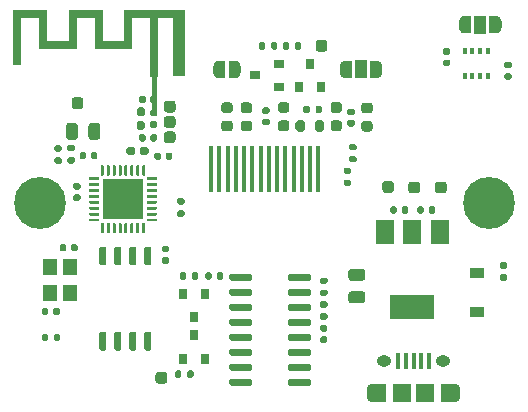
<source format=gbr>
%TF.GenerationSoftware,KiCad,Pcbnew,(5.1.7-0-10_14)*%
%TF.CreationDate,2020-11-27T19:57:41+01:00*%
%TF.ProjectId,AtmoNode,41746d6f-4e6f-4646-952e-6b696361645f,rev?*%
%TF.SameCoordinates,Original*%
%TF.FileFunction,Soldermask,Bot*%
%TF.FilePolarity,Negative*%
%FSLAX46Y46*%
G04 Gerber Fmt 4.6, Leading zero omitted, Abs format (unit mm)*
G04 Created by KiCad (PCBNEW (5.1.7-0-10_14)) date 2020-11-27 19:57:41*
%MOMM*%
%LPD*%
G01*
G04 APERTURE LIST*
%ADD10C,0.393370*%
%ADD11C,0.350000*%
%ADD12C,0.100000*%
%ADD13R,0.350000X0.500000*%
%ADD14R,1.000000X1.500000*%
%ADD15R,0.800000X0.900000*%
%ADD16R,0.350000X4.000000*%
%ADD17C,4.400000*%
%ADD18C,0.700000*%
%ADD19R,1.200000X1.400000*%
%ADD20R,0.900000X0.800000*%
%ADD21R,3.450000X3.450000*%
%ADD22R,1.500000X2.000000*%
%ADD23R,3.800000X2.000000*%
%ADD24O,0.890000X1.550000*%
%ADD25R,1.200000X1.550000*%
%ADD26R,1.500000X1.550000*%
%ADD27O,1.250000X0.950000*%
%ADD28R,0.400000X1.350000*%
%ADD29R,1.200000X0.900000*%
G04 APERTURE END LIST*
D10*
X119495000Y-102450000D02*
X119500000Y-102445000D01*
X120600000Y-101400000D02*
X120600000Y-100250000D01*
X120618301Y-97918301D02*
X120618301Y-100231699D01*
X120515000Y-102445000D02*
X120600000Y-102360000D01*
D11*
X120460000Y-102400000D02*
X120500000Y-102360000D01*
D12*
G36*
X111500000Y-95300000D02*
G01*
X113400000Y-95300000D01*
X113400000Y-92700000D01*
X116200000Y-92700000D01*
X116200000Y-95300000D01*
X118100000Y-95300000D01*
X118100000Y-92700000D01*
X123200000Y-92700000D01*
X123200000Y-98200000D01*
X122200000Y-98200000D01*
X122200000Y-93300000D01*
X120900000Y-93300000D01*
X120900000Y-98300000D01*
X120300000Y-98300000D01*
X120300000Y-93300000D01*
X118700000Y-93300000D01*
X118700000Y-95900000D01*
X115600000Y-95900000D01*
X115600000Y-93300000D01*
X114000000Y-93300000D01*
X114000000Y-95900000D01*
X110900000Y-95900000D01*
X110900000Y-93300000D01*
X109300000Y-93300000D01*
X109300000Y-97200000D01*
X108700000Y-97200000D01*
X108700000Y-92700000D01*
X111500000Y-92700000D01*
X111500000Y-95300000D01*
G37*
X111500000Y-95300000D02*
X113400000Y-95300000D01*
X113400000Y-92700000D01*
X116200000Y-92700000D01*
X116200000Y-95300000D01*
X118100000Y-95300000D01*
X118100000Y-92700000D01*
X123200000Y-92700000D01*
X123200000Y-98200000D01*
X122200000Y-98200000D01*
X122200000Y-93300000D01*
X120900000Y-93300000D01*
X120900000Y-98300000D01*
X120300000Y-98300000D01*
X120300000Y-93300000D01*
X118700000Y-93300000D01*
X118700000Y-95900000D01*
X115600000Y-95900000D01*
X115600000Y-93300000D01*
X114000000Y-93300000D01*
X114000000Y-95900000D01*
X110900000Y-95900000D01*
X110900000Y-93300000D01*
X109300000Y-93300000D01*
X109300000Y-97200000D01*
X108700000Y-97200000D01*
X108700000Y-92700000D01*
X111500000Y-92700000D01*
X111500000Y-95300000D01*
%TO.C,R12*%
G36*
G01*
X134250000Y-102775000D02*
X134250000Y-102225000D01*
G75*
G02*
X134450000Y-102025000I200000J0D01*
G01*
X134850000Y-102025000D01*
G75*
G02*
X135050000Y-102225000I0J-200000D01*
G01*
X135050000Y-102775000D01*
G75*
G02*
X134850000Y-102975000I-200000J0D01*
G01*
X134450000Y-102975000D01*
G75*
G02*
X134250000Y-102775000I0J200000D01*
G01*
G37*
G36*
G01*
X132600000Y-102775000D02*
X132600000Y-102225000D01*
G75*
G02*
X132800000Y-102025000I200000J0D01*
G01*
X133200000Y-102025000D01*
G75*
G02*
X133400000Y-102225000I0J-200000D01*
G01*
X133400000Y-102775000D01*
G75*
G02*
X133200000Y-102975000I-200000J0D01*
G01*
X132800000Y-102975000D01*
G75*
G02*
X132600000Y-102775000I0J200000D01*
G01*
G37*
%TD*%
%TO.C,C4*%
G36*
G01*
X137325000Y-116500000D02*
X138275000Y-116500000D01*
G75*
G02*
X138525000Y-116750000I0J-250000D01*
G01*
X138525000Y-117250000D01*
G75*
G02*
X138275000Y-117500000I-250000J0D01*
G01*
X137325000Y-117500000D01*
G75*
G02*
X137075000Y-117250000I0J250000D01*
G01*
X137075000Y-116750000D01*
G75*
G02*
X137325000Y-116500000I250000J0D01*
G01*
G37*
G36*
G01*
X137325000Y-114600000D02*
X138275000Y-114600000D01*
G75*
G02*
X138525000Y-114850000I0J-250000D01*
G01*
X138525000Y-115350000D01*
G75*
G02*
X138275000Y-115600000I-250000J0D01*
G01*
X137325000Y-115600000D01*
G75*
G02*
X137075000Y-115350000I0J250000D01*
G01*
X137075000Y-114850000D01*
G75*
G02*
X137325000Y-114600000I250000J0D01*
G01*
G37*
%TD*%
%TO.C,C14*%
G36*
G01*
X114175000Y-102475000D02*
X114175000Y-103425000D01*
G75*
G02*
X113925000Y-103675000I-250000J0D01*
G01*
X113425000Y-103675000D01*
G75*
G02*
X113175000Y-103425000I0J250000D01*
G01*
X113175000Y-102475000D01*
G75*
G02*
X113425000Y-102225000I250000J0D01*
G01*
X113925000Y-102225000D01*
G75*
G02*
X114175000Y-102475000I0J-250000D01*
G01*
G37*
G36*
G01*
X116075000Y-102475000D02*
X116075000Y-103425000D01*
G75*
G02*
X115825000Y-103675000I-250000J0D01*
G01*
X115325000Y-103675000D01*
G75*
G02*
X115075000Y-103425000I0J250000D01*
G01*
X115075000Y-102475000D01*
G75*
G02*
X115325000Y-102225000I250000J0D01*
G01*
X115825000Y-102225000D01*
G75*
G02*
X116075000Y-102475000I0J-250000D01*
G01*
G37*
%TD*%
%TO.C,L1*%
G36*
G01*
X119340000Y-102062500D02*
X119660000Y-102062500D01*
G75*
G02*
X119820000Y-102222500I0J-160000D01*
G01*
X119820000Y-102667500D01*
G75*
G02*
X119660000Y-102827500I-160000J0D01*
G01*
X119340000Y-102827500D01*
G75*
G02*
X119180000Y-102667500I0J160000D01*
G01*
X119180000Y-102222500D01*
G75*
G02*
X119340000Y-102062500I160000J0D01*
G01*
G37*
G36*
G01*
X119340000Y-100917500D02*
X119660000Y-100917500D01*
G75*
G02*
X119820000Y-101077500I0J-160000D01*
G01*
X119820000Y-101522500D01*
G75*
G02*
X119660000Y-101682500I-160000J0D01*
G01*
X119340000Y-101682500D01*
G75*
G02*
X119180000Y-101522500I0J160000D01*
G01*
X119180000Y-101077500D01*
G75*
G02*
X119340000Y-100917500I160000J0D01*
G01*
G37*
%TD*%
%TO.C,TP5*%
G36*
G01*
X121700000Y-102950000D02*
X122200000Y-102950000D01*
G75*
G02*
X122450000Y-103200000I0J-250000D01*
G01*
X122450000Y-103700000D01*
G75*
G02*
X122200000Y-103950000I-250000J0D01*
G01*
X121700000Y-103950000D01*
G75*
G02*
X121450000Y-103700000I0J250000D01*
G01*
X121450000Y-103200000D01*
G75*
G02*
X121700000Y-102950000I250000J0D01*
G01*
G37*
%TD*%
D13*
%TO.C,U5*%
X148875000Y-96175000D03*
X148225000Y-96175000D03*
X147575000Y-96175000D03*
X146925000Y-96175000D03*
X146925000Y-98225000D03*
X147575000Y-98225000D03*
X148225000Y-98225000D03*
X148875000Y-98225000D03*
%TD*%
%TO.C,R11*%
G36*
G01*
X137265000Y-105040000D02*
X137635000Y-105040000D01*
G75*
G02*
X137770000Y-105175000I0J-135000D01*
G01*
X137770000Y-105445000D01*
G75*
G02*
X137635000Y-105580000I-135000J0D01*
G01*
X137265000Y-105580000D01*
G75*
G02*
X137130000Y-105445000I0J135000D01*
G01*
X137130000Y-105175000D01*
G75*
G02*
X137265000Y-105040000I135000J0D01*
G01*
G37*
G36*
G01*
X137265000Y-104020000D02*
X137635000Y-104020000D01*
G75*
G02*
X137770000Y-104155000I0J-135000D01*
G01*
X137770000Y-104425000D01*
G75*
G02*
X137635000Y-104560000I-135000J0D01*
G01*
X137265000Y-104560000D01*
G75*
G02*
X137130000Y-104425000I0J135000D01*
G01*
X137130000Y-104155000D01*
G75*
G02*
X137265000Y-104020000I135000J0D01*
G01*
G37*
%TD*%
%TO.C,R10*%
G36*
G01*
X137185000Y-106560000D02*
X136815000Y-106560000D01*
G75*
G02*
X136680000Y-106425000I0J135000D01*
G01*
X136680000Y-106155000D01*
G75*
G02*
X136815000Y-106020000I135000J0D01*
G01*
X137185000Y-106020000D01*
G75*
G02*
X137320000Y-106155000I0J-135000D01*
G01*
X137320000Y-106425000D01*
G75*
G02*
X137185000Y-106560000I-135000J0D01*
G01*
G37*
G36*
G01*
X137185000Y-107580000D02*
X136815000Y-107580000D01*
G75*
G02*
X136680000Y-107445000I0J135000D01*
G01*
X136680000Y-107175000D01*
G75*
G02*
X136815000Y-107040000I135000J0D01*
G01*
X137185000Y-107040000D01*
G75*
G02*
X137320000Y-107175000I0J-135000D01*
G01*
X137320000Y-107445000D01*
G75*
G02*
X137185000Y-107580000I-135000J0D01*
G01*
G37*
%TD*%
%TO.C,C24*%
G36*
G01*
X150430000Y-98020000D02*
X150770000Y-98020000D01*
G75*
G02*
X150910000Y-98160000I0J-140000D01*
G01*
X150910000Y-98440000D01*
G75*
G02*
X150770000Y-98580000I-140000J0D01*
G01*
X150430000Y-98580000D01*
G75*
G02*
X150290000Y-98440000I0J140000D01*
G01*
X150290000Y-98160000D01*
G75*
G02*
X150430000Y-98020000I140000J0D01*
G01*
G37*
G36*
G01*
X150430000Y-97060000D02*
X150770000Y-97060000D01*
G75*
G02*
X150910000Y-97200000I0J-140000D01*
G01*
X150910000Y-97480000D01*
G75*
G02*
X150770000Y-97620000I-140000J0D01*
G01*
X150430000Y-97620000D01*
G75*
G02*
X150290000Y-97480000I0J140000D01*
G01*
X150290000Y-97200000D01*
G75*
G02*
X150430000Y-97060000I140000J0D01*
G01*
G37*
%TD*%
D12*
%TO.C,JP3*%
G36*
X147500000Y-94650000D02*
G01*
X146950000Y-94650000D01*
X146950000Y-94649398D01*
X146925466Y-94649398D01*
X146876635Y-94644588D01*
X146828510Y-94635016D01*
X146781555Y-94620772D01*
X146736222Y-94601995D01*
X146692949Y-94578864D01*
X146652150Y-94551604D01*
X146614221Y-94520476D01*
X146579524Y-94485779D01*
X146548396Y-94447850D01*
X146521136Y-94407051D01*
X146498005Y-94363778D01*
X146479228Y-94318445D01*
X146464984Y-94271490D01*
X146455412Y-94223365D01*
X146450602Y-94174534D01*
X146450602Y-94150000D01*
X146450000Y-94150000D01*
X146450000Y-93650000D01*
X146450602Y-93650000D01*
X146450602Y-93625466D01*
X146455412Y-93576635D01*
X146464984Y-93528510D01*
X146479228Y-93481555D01*
X146498005Y-93436222D01*
X146521136Y-93392949D01*
X146548396Y-93352150D01*
X146579524Y-93314221D01*
X146614221Y-93279524D01*
X146652150Y-93248396D01*
X146692949Y-93221136D01*
X146736222Y-93198005D01*
X146781555Y-93179228D01*
X146828510Y-93164984D01*
X146876635Y-93155412D01*
X146925466Y-93150602D01*
X146950000Y-93150602D01*
X146950000Y-93150000D01*
X147500000Y-93150000D01*
X147500000Y-94650000D01*
G37*
D14*
X148250000Y-93900000D03*
D12*
G36*
X149550000Y-93150602D02*
G01*
X149574534Y-93150602D01*
X149623365Y-93155412D01*
X149671490Y-93164984D01*
X149718445Y-93179228D01*
X149763778Y-93198005D01*
X149807051Y-93221136D01*
X149847850Y-93248396D01*
X149885779Y-93279524D01*
X149920476Y-93314221D01*
X149951604Y-93352150D01*
X149978864Y-93392949D01*
X150001995Y-93436222D01*
X150020772Y-93481555D01*
X150035016Y-93528510D01*
X150044588Y-93576635D01*
X150049398Y-93625466D01*
X150049398Y-93650000D01*
X150050000Y-93650000D01*
X150050000Y-94150000D01*
X150049398Y-94150000D01*
X150049398Y-94174534D01*
X150044588Y-94223365D01*
X150035016Y-94271490D01*
X150020772Y-94318445D01*
X150001995Y-94363778D01*
X149978864Y-94407051D01*
X149951604Y-94447850D01*
X149920476Y-94485779D01*
X149885779Y-94520476D01*
X149847850Y-94551604D01*
X149807051Y-94578864D01*
X149763778Y-94601995D01*
X149718445Y-94620772D01*
X149671490Y-94635016D01*
X149623365Y-94644588D01*
X149574534Y-94649398D01*
X149550000Y-94649398D01*
X149550000Y-94650000D01*
X149000000Y-94650000D01*
X149000000Y-93150000D01*
X149550000Y-93150000D01*
X149550000Y-93150602D01*
G37*
%TD*%
%TO.C,C20*%
G36*
G01*
X126550000Y-102050000D02*
X127050000Y-102050000D01*
G75*
G02*
X127275000Y-102275000I0J-225000D01*
G01*
X127275000Y-102725000D01*
G75*
G02*
X127050000Y-102950000I-225000J0D01*
G01*
X126550000Y-102950000D01*
G75*
G02*
X126325000Y-102725000I0J225000D01*
G01*
X126325000Y-102275000D01*
G75*
G02*
X126550000Y-102050000I225000J0D01*
G01*
G37*
G36*
G01*
X126550000Y-100500000D02*
X127050000Y-100500000D01*
G75*
G02*
X127275000Y-100725000I0J-225000D01*
G01*
X127275000Y-101175000D01*
G75*
G02*
X127050000Y-101400000I-225000J0D01*
G01*
X126550000Y-101400000D01*
G75*
G02*
X126325000Y-101175000I0J225000D01*
G01*
X126325000Y-100725000D01*
G75*
G02*
X126550000Y-100500000I225000J0D01*
G01*
G37*
%TD*%
%TO.C,L2*%
G36*
G01*
X119037500Y-104440000D02*
X119037500Y-104760000D01*
G75*
G02*
X118877500Y-104920000I-160000J0D01*
G01*
X118432500Y-104920000D01*
G75*
G02*
X118272500Y-104760000I0J160000D01*
G01*
X118272500Y-104440000D01*
G75*
G02*
X118432500Y-104280000I160000J0D01*
G01*
X118877500Y-104280000D01*
G75*
G02*
X119037500Y-104440000I0J-160000D01*
G01*
G37*
G36*
G01*
X120182500Y-104440000D02*
X120182500Y-104760000D01*
G75*
G02*
X120022500Y-104920000I-160000J0D01*
G01*
X119577500Y-104920000D01*
G75*
G02*
X119417500Y-104760000I0J160000D01*
G01*
X119417500Y-104440000D01*
G75*
G02*
X119577500Y-104280000I160000J0D01*
G01*
X120022500Y-104280000D01*
G75*
G02*
X120182500Y-104440000I0J-160000D01*
G01*
G37*
%TD*%
%TO.C,TP9*%
G36*
G01*
X120750000Y-124050000D02*
X120750000Y-123550000D01*
G75*
G02*
X121000000Y-123300000I250000J0D01*
G01*
X121500000Y-123300000D01*
G75*
G02*
X121750000Y-123550000I0J-250000D01*
G01*
X121750000Y-124050000D01*
G75*
G02*
X121500000Y-124300000I-250000J0D01*
G01*
X121000000Y-124300000D01*
G75*
G02*
X120750000Y-124050000I0J250000D01*
G01*
G37*
%TD*%
%TO.C,TP8*%
G36*
G01*
X134300000Y-95950000D02*
X134300000Y-95450000D01*
G75*
G02*
X134550000Y-95200000I250000J0D01*
G01*
X135050000Y-95200000D01*
G75*
G02*
X135300000Y-95450000I0J-250000D01*
G01*
X135300000Y-95950000D01*
G75*
G02*
X135050000Y-96200000I-250000J0D01*
G01*
X134550000Y-96200000D01*
G75*
G02*
X134300000Y-95950000I0J250000D01*
G01*
G37*
%TD*%
%TO.C,TP7*%
G36*
G01*
X113900000Y-100050000D02*
X114400000Y-100050000D01*
G75*
G02*
X114650000Y-100300000I0J-250000D01*
G01*
X114650000Y-100800000D01*
G75*
G02*
X114400000Y-101050000I-250000J0D01*
G01*
X113900000Y-101050000D01*
G75*
G02*
X113650000Y-100800000I0J250000D01*
G01*
X113650000Y-100300000D01*
G75*
G02*
X113900000Y-100050000I250000J0D01*
G01*
G37*
%TD*%
%TO.C,TP6*%
G36*
G01*
X121700000Y-101650000D02*
X122200000Y-101650000D01*
G75*
G02*
X122450000Y-101900000I0J-250000D01*
G01*
X122450000Y-102400000D01*
G75*
G02*
X122200000Y-102650000I-250000J0D01*
G01*
X121700000Y-102650000D01*
G75*
G02*
X121450000Y-102400000I0J250000D01*
G01*
X121450000Y-101900000D01*
G75*
G02*
X121700000Y-101650000I250000J0D01*
G01*
G37*
%TD*%
%TO.C,TP4*%
G36*
G01*
X121700000Y-100350000D02*
X122200000Y-100350000D01*
G75*
G02*
X122450000Y-100600000I0J-250000D01*
G01*
X122450000Y-101100000D01*
G75*
G02*
X122200000Y-101350000I-250000J0D01*
G01*
X121700000Y-101350000D01*
G75*
G02*
X121450000Y-101100000I0J250000D01*
G01*
X121450000Y-100600000D01*
G75*
G02*
X121700000Y-100350000I250000J0D01*
G01*
G37*
%TD*%
%TO.C,TP3*%
G36*
G01*
X140200000Y-107150000D02*
X140700000Y-107150000D01*
G75*
G02*
X140950000Y-107400000I0J-250000D01*
G01*
X140950000Y-107900000D01*
G75*
G02*
X140700000Y-108150000I-250000J0D01*
G01*
X140200000Y-108150000D01*
G75*
G02*
X139950000Y-107900000I0J250000D01*
G01*
X139950000Y-107400000D01*
G75*
G02*
X140200000Y-107150000I250000J0D01*
G01*
G37*
%TD*%
%TO.C,TP2*%
G36*
G01*
X142400000Y-107200000D02*
X142900000Y-107200000D01*
G75*
G02*
X143150000Y-107450000I0J-250000D01*
G01*
X143150000Y-107950000D01*
G75*
G02*
X142900000Y-108200000I-250000J0D01*
G01*
X142400000Y-108200000D01*
G75*
G02*
X142150000Y-107950000I0J250000D01*
G01*
X142150000Y-107450000D01*
G75*
G02*
X142400000Y-107200000I250000J0D01*
G01*
G37*
%TD*%
%TO.C,TP1*%
G36*
G01*
X144650000Y-107200000D02*
X145150000Y-107200000D01*
G75*
G02*
X145400000Y-107450000I0J-250000D01*
G01*
X145400000Y-107950000D01*
G75*
G02*
X145150000Y-108200000I-250000J0D01*
G01*
X144650000Y-108200000D01*
G75*
G02*
X144400000Y-107950000I0J250000D01*
G01*
X144400000Y-107450000D01*
G75*
G02*
X144650000Y-107200000I250000J0D01*
G01*
G37*
%TD*%
D15*
%TO.C,Q2*%
X124000000Y-120200000D03*
X123050000Y-122200000D03*
X124950000Y-122200000D03*
%TD*%
%TO.C,C15*%
G36*
G01*
X121430000Y-113580000D02*
X121770000Y-113580000D01*
G75*
G02*
X121910000Y-113720000I0J-140000D01*
G01*
X121910000Y-114000000D01*
G75*
G02*
X121770000Y-114140000I-140000J0D01*
G01*
X121430000Y-114140000D01*
G75*
G02*
X121290000Y-114000000I0J140000D01*
G01*
X121290000Y-113720000D01*
G75*
G02*
X121430000Y-113580000I140000J0D01*
G01*
G37*
G36*
G01*
X121430000Y-112620000D02*
X121770000Y-112620000D01*
G75*
G02*
X121910000Y-112760000I0J-140000D01*
G01*
X121910000Y-113040000D01*
G75*
G02*
X121770000Y-113180000I-140000J0D01*
G01*
X121430000Y-113180000D01*
G75*
G02*
X121290000Y-113040000I0J140000D01*
G01*
X121290000Y-112760000D01*
G75*
G02*
X121430000Y-112620000I140000J0D01*
G01*
G37*
%TD*%
%TO.C,R14*%
G36*
G01*
X132070000Y-95515000D02*
X132070000Y-95885000D01*
G75*
G02*
X131935000Y-96020000I-135000J0D01*
G01*
X131665000Y-96020000D01*
G75*
G02*
X131530000Y-95885000I0J135000D01*
G01*
X131530000Y-95515000D01*
G75*
G02*
X131665000Y-95380000I135000J0D01*
G01*
X131935000Y-95380000D01*
G75*
G02*
X132070000Y-95515000I0J-135000D01*
G01*
G37*
G36*
G01*
X133090000Y-95515000D02*
X133090000Y-95885000D01*
G75*
G02*
X132955000Y-96020000I-135000J0D01*
G01*
X132685000Y-96020000D01*
G75*
G02*
X132550000Y-95885000I0J135000D01*
G01*
X132550000Y-95515000D01*
G75*
G02*
X132685000Y-95380000I135000J0D01*
G01*
X132955000Y-95380000D01*
G75*
G02*
X133090000Y-95515000I0J-135000D01*
G01*
G37*
%TD*%
D16*
%TO.C,J2*%
X134550000Y-106100000D03*
X133850000Y-106100000D03*
X133150000Y-106100000D03*
X132450000Y-106100000D03*
X131750000Y-106100000D03*
X131050000Y-106100000D03*
X130350000Y-106100000D03*
X129650000Y-106100000D03*
X128950000Y-106100000D03*
X128250000Y-106100000D03*
X127550000Y-106100000D03*
X126850000Y-106100000D03*
X126150000Y-106100000D03*
X125450000Y-106100000D03*
%TD*%
%TO.C,R3*%
G36*
G01*
X123970000Y-123315000D02*
X123970000Y-123685000D01*
G75*
G02*
X123835000Y-123820000I-135000J0D01*
G01*
X123565000Y-123820000D01*
G75*
G02*
X123430000Y-123685000I0J135000D01*
G01*
X123430000Y-123315000D01*
G75*
G02*
X123565000Y-123180000I135000J0D01*
G01*
X123835000Y-123180000D01*
G75*
G02*
X123970000Y-123315000I0J-135000D01*
G01*
G37*
G36*
G01*
X122950000Y-123315000D02*
X122950000Y-123685000D01*
G75*
G02*
X122815000Y-123820000I-135000J0D01*
G01*
X122545000Y-123820000D01*
G75*
G02*
X122410000Y-123685000I0J135000D01*
G01*
X122410000Y-123315000D01*
G75*
G02*
X122545000Y-123180000I135000J0D01*
G01*
X122815000Y-123180000D01*
G75*
G02*
X122950000Y-123315000I0J-135000D01*
G01*
G37*
%TD*%
D15*
%TO.C,Q1*%
X124000000Y-118700000D03*
X124950000Y-116700000D03*
X123050000Y-116700000D03*
%TD*%
%TO.C,U2*%
G36*
G01*
X128960000Y-115155000D02*
X128960000Y-115455000D01*
G75*
G02*
X128810000Y-115605000I-150000J0D01*
G01*
X127160000Y-115605000D01*
G75*
G02*
X127010000Y-115455000I0J150000D01*
G01*
X127010000Y-115155000D01*
G75*
G02*
X127160000Y-115005000I150000J0D01*
G01*
X128810000Y-115005000D01*
G75*
G02*
X128960000Y-115155000I0J-150000D01*
G01*
G37*
G36*
G01*
X128960000Y-116425000D02*
X128960000Y-116725000D01*
G75*
G02*
X128810000Y-116875000I-150000J0D01*
G01*
X127160000Y-116875000D01*
G75*
G02*
X127010000Y-116725000I0J150000D01*
G01*
X127010000Y-116425000D01*
G75*
G02*
X127160000Y-116275000I150000J0D01*
G01*
X128810000Y-116275000D01*
G75*
G02*
X128960000Y-116425000I0J-150000D01*
G01*
G37*
G36*
G01*
X128960000Y-117695000D02*
X128960000Y-117995000D01*
G75*
G02*
X128810000Y-118145000I-150000J0D01*
G01*
X127160000Y-118145000D01*
G75*
G02*
X127010000Y-117995000I0J150000D01*
G01*
X127010000Y-117695000D01*
G75*
G02*
X127160000Y-117545000I150000J0D01*
G01*
X128810000Y-117545000D01*
G75*
G02*
X128960000Y-117695000I0J-150000D01*
G01*
G37*
G36*
G01*
X128960000Y-118965000D02*
X128960000Y-119265000D01*
G75*
G02*
X128810000Y-119415000I-150000J0D01*
G01*
X127160000Y-119415000D01*
G75*
G02*
X127010000Y-119265000I0J150000D01*
G01*
X127010000Y-118965000D01*
G75*
G02*
X127160000Y-118815000I150000J0D01*
G01*
X128810000Y-118815000D01*
G75*
G02*
X128960000Y-118965000I0J-150000D01*
G01*
G37*
G36*
G01*
X128960000Y-120235000D02*
X128960000Y-120535000D01*
G75*
G02*
X128810000Y-120685000I-150000J0D01*
G01*
X127160000Y-120685000D01*
G75*
G02*
X127010000Y-120535000I0J150000D01*
G01*
X127010000Y-120235000D01*
G75*
G02*
X127160000Y-120085000I150000J0D01*
G01*
X128810000Y-120085000D01*
G75*
G02*
X128960000Y-120235000I0J-150000D01*
G01*
G37*
G36*
G01*
X128960000Y-121505000D02*
X128960000Y-121805000D01*
G75*
G02*
X128810000Y-121955000I-150000J0D01*
G01*
X127160000Y-121955000D01*
G75*
G02*
X127010000Y-121805000I0J150000D01*
G01*
X127010000Y-121505000D01*
G75*
G02*
X127160000Y-121355000I150000J0D01*
G01*
X128810000Y-121355000D01*
G75*
G02*
X128960000Y-121505000I0J-150000D01*
G01*
G37*
G36*
G01*
X128960000Y-122775000D02*
X128960000Y-123075000D01*
G75*
G02*
X128810000Y-123225000I-150000J0D01*
G01*
X127160000Y-123225000D01*
G75*
G02*
X127010000Y-123075000I0J150000D01*
G01*
X127010000Y-122775000D01*
G75*
G02*
X127160000Y-122625000I150000J0D01*
G01*
X128810000Y-122625000D01*
G75*
G02*
X128960000Y-122775000I0J-150000D01*
G01*
G37*
G36*
G01*
X128960000Y-124045000D02*
X128960000Y-124345000D01*
G75*
G02*
X128810000Y-124495000I-150000J0D01*
G01*
X127160000Y-124495000D01*
G75*
G02*
X127010000Y-124345000I0J150000D01*
G01*
X127010000Y-124045000D01*
G75*
G02*
X127160000Y-123895000I150000J0D01*
G01*
X128810000Y-123895000D01*
G75*
G02*
X128960000Y-124045000I0J-150000D01*
G01*
G37*
G36*
G01*
X133910000Y-124045000D02*
X133910000Y-124345000D01*
G75*
G02*
X133760000Y-124495000I-150000J0D01*
G01*
X132110000Y-124495000D01*
G75*
G02*
X131960000Y-124345000I0J150000D01*
G01*
X131960000Y-124045000D01*
G75*
G02*
X132110000Y-123895000I150000J0D01*
G01*
X133760000Y-123895000D01*
G75*
G02*
X133910000Y-124045000I0J-150000D01*
G01*
G37*
G36*
G01*
X133910000Y-122775000D02*
X133910000Y-123075000D01*
G75*
G02*
X133760000Y-123225000I-150000J0D01*
G01*
X132110000Y-123225000D01*
G75*
G02*
X131960000Y-123075000I0J150000D01*
G01*
X131960000Y-122775000D01*
G75*
G02*
X132110000Y-122625000I150000J0D01*
G01*
X133760000Y-122625000D01*
G75*
G02*
X133910000Y-122775000I0J-150000D01*
G01*
G37*
G36*
G01*
X133910000Y-121505000D02*
X133910000Y-121805000D01*
G75*
G02*
X133760000Y-121955000I-150000J0D01*
G01*
X132110000Y-121955000D01*
G75*
G02*
X131960000Y-121805000I0J150000D01*
G01*
X131960000Y-121505000D01*
G75*
G02*
X132110000Y-121355000I150000J0D01*
G01*
X133760000Y-121355000D01*
G75*
G02*
X133910000Y-121505000I0J-150000D01*
G01*
G37*
G36*
G01*
X133910000Y-120235000D02*
X133910000Y-120535000D01*
G75*
G02*
X133760000Y-120685000I-150000J0D01*
G01*
X132110000Y-120685000D01*
G75*
G02*
X131960000Y-120535000I0J150000D01*
G01*
X131960000Y-120235000D01*
G75*
G02*
X132110000Y-120085000I150000J0D01*
G01*
X133760000Y-120085000D01*
G75*
G02*
X133910000Y-120235000I0J-150000D01*
G01*
G37*
G36*
G01*
X133910000Y-118965000D02*
X133910000Y-119265000D01*
G75*
G02*
X133760000Y-119415000I-150000J0D01*
G01*
X132110000Y-119415000D01*
G75*
G02*
X131960000Y-119265000I0J150000D01*
G01*
X131960000Y-118965000D01*
G75*
G02*
X132110000Y-118815000I150000J0D01*
G01*
X133760000Y-118815000D01*
G75*
G02*
X133910000Y-118965000I0J-150000D01*
G01*
G37*
G36*
G01*
X133910000Y-117695000D02*
X133910000Y-117995000D01*
G75*
G02*
X133760000Y-118145000I-150000J0D01*
G01*
X132110000Y-118145000D01*
G75*
G02*
X131960000Y-117995000I0J150000D01*
G01*
X131960000Y-117695000D01*
G75*
G02*
X132110000Y-117545000I150000J0D01*
G01*
X133760000Y-117545000D01*
G75*
G02*
X133910000Y-117695000I0J-150000D01*
G01*
G37*
G36*
G01*
X133910000Y-116425000D02*
X133910000Y-116725000D01*
G75*
G02*
X133760000Y-116875000I-150000J0D01*
G01*
X132110000Y-116875000D01*
G75*
G02*
X131960000Y-116725000I0J150000D01*
G01*
X131960000Y-116425000D01*
G75*
G02*
X132110000Y-116275000I150000J0D01*
G01*
X133760000Y-116275000D01*
G75*
G02*
X133910000Y-116425000I0J-150000D01*
G01*
G37*
G36*
G01*
X133910000Y-115155000D02*
X133910000Y-115455000D01*
G75*
G02*
X133760000Y-115605000I-150000J0D01*
G01*
X132110000Y-115605000D01*
G75*
G02*
X131960000Y-115455000I0J150000D01*
G01*
X131960000Y-115155000D01*
G75*
G02*
X132110000Y-115005000I150000J0D01*
G01*
X133760000Y-115005000D01*
G75*
G02*
X133910000Y-115155000I0J-150000D01*
G01*
G37*
%TD*%
%TO.C,R9*%
G36*
G01*
X123085000Y-109150000D02*
X122715000Y-109150000D01*
G75*
G02*
X122580000Y-109015000I0J135000D01*
G01*
X122580000Y-108745000D01*
G75*
G02*
X122715000Y-108610000I135000J0D01*
G01*
X123085000Y-108610000D01*
G75*
G02*
X123220000Y-108745000I0J-135000D01*
G01*
X123220000Y-109015000D01*
G75*
G02*
X123085000Y-109150000I-135000J0D01*
G01*
G37*
G36*
G01*
X123085000Y-110170000D02*
X122715000Y-110170000D01*
G75*
G02*
X122580000Y-110035000I0J135000D01*
G01*
X122580000Y-109765000D01*
G75*
G02*
X122715000Y-109630000I135000J0D01*
G01*
X123085000Y-109630000D01*
G75*
G02*
X123220000Y-109765000I0J-135000D01*
G01*
X123220000Y-110035000D01*
G75*
G02*
X123085000Y-110170000I-135000J0D01*
G01*
G37*
%TD*%
D17*
%TO.C,H2*%
X149000000Y-109000000D03*
D18*
X150650000Y-109000000D03*
X150166726Y-110166726D03*
X149000000Y-110650000D03*
X147833274Y-110166726D03*
X147350000Y-109000000D03*
X147833274Y-107833274D03*
X149000000Y-107350000D03*
X150166726Y-107833274D03*
%TD*%
D17*
%TO.C,H1*%
X111000000Y-109000000D03*
D18*
X112650000Y-109000000D03*
X112166726Y-110166726D03*
X111000000Y-110650000D03*
X109833274Y-110166726D03*
X109350000Y-109000000D03*
X109833274Y-107833274D03*
X111000000Y-107350000D03*
X112166726Y-107833274D03*
%TD*%
%TO.C,C19*%
G36*
G01*
X138400000Y-100512500D02*
X138900000Y-100512500D01*
G75*
G02*
X139125000Y-100737500I0J-225000D01*
G01*
X139125000Y-101187500D01*
G75*
G02*
X138900000Y-101412500I-225000J0D01*
G01*
X138400000Y-101412500D01*
G75*
G02*
X138175000Y-101187500I0J225000D01*
G01*
X138175000Y-100737500D01*
G75*
G02*
X138400000Y-100512500I225000J0D01*
G01*
G37*
G36*
G01*
X138400000Y-102062500D02*
X138900000Y-102062500D01*
G75*
G02*
X139125000Y-102287500I0J-225000D01*
G01*
X139125000Y-102737500D01*
G75*
G02*
X138900000Y-102962500I-225000J0D01*
G01*
X138400000Y-102962500D01*
G75*
G02*
X138175000Y-102737500I0J225000D01*
G01*
X138175000Y-102287500D01*
G75*
G02*
X138400000Y-102062500I225000J0D01*
G01*
G37*
%TD*%
%TO.C,C17*%
G36*
G01*
X135800000Y-100475000D02*
X136300000Y-100475000D01*
G75*
G02*
X136525000Y-100700000I0J-225000D01*
G01*
X136525000Y-101150000D01*
G75*
G02*
X136300000Y-101375000I-225000J0D01*
G01*
X135800000Y-101375000D01*
G75*
G02*
X135575000Y-101150000I0J225000D01*
G01*
X135575000Y-100700000D01*
G75*
G02*
X135800000Y-100475000I225000J0D01*
G01*
G37*
G36*
G01*
X135800000Y-102025000D02*
X136300000Y-102025000D01*
G75*
G02*
X136525000Y-102250000I0J-225000D01*
G01*
X136525000Y-102700000D01*
G75*
G02*
X136300000Y-102925000I-225000J0D01*
G01*
X135800000Y-102925000D01*
G75*
G02*
X135575000Y-102700000I0J225000D01*
G01*
X135575000Y-102250000D01*
G75*
G02*
X135800000Y-102025000I225000J0D01*
G01*
G37*
%TD*%
%TO.C,R15*%
G36*
G01*
X130530000Y-95885000D02*
X130530000Y-95515000D01*
G75*
G02*
X130665000Y-95380000I135000J0D01*
G01*
X130935000Y-95380000D01*
G75*
G02*
X131070000Y-95515000I0J-135000D01*
G01*
X131070000Y-95885000D01*
G75*
G02*
X130935000Y-96020000I-135000J0D01*
G01*
X130665000Y-96020000D01*
G75*
G02*
X130530000Y-95885000I0J135000D01*
G01*
G37*
G36*
G01*
X129510000Y-95885000D02*
X129510000Y-95515000D01*
G75*
G02*
X129645000Y-95380000I135000J0D01*
G01*
X129915000Y-95380000D01*
G75*
G02*
X130050000Y-95515000I0J-135000D01*
G01*
X130050000Y-95885000D01*
G75*
G02*
X129915000Y-96020000I-135000J0D01*
G01*
X129645000Y-96020000D01*
G75*
G02*
X129510000Y-95885000I0J135000D01*
G01*
G37*
%TD*%
%TO.C,R13*%
G36*
G01*
X133820000Y-100915000D02*
X133820000Y-101285000D01*
G75*
G02*
X133685000Y-101420000I-135000J0D01*
G01*
X133415000Y-101420000D01*
G75*
G02*
X133280000Y-101285000I0J135000D01*
G01*
X133280000Y-100915000D01*
G75*
G02*
X133415000Y-100780000I135000J0D01*
G01*
X133685000Y-100780000D01*
G75*
G02*
X133820000Y-100915000I0J-135000D01*
G01*
G37*
G36*
G01*
X134840000Y-100915000D02*
X134840000Y-101285000D01*
G75*
G02*
X134705000Y-101420000I-135000J0D01*
G01*
X134435000Y-101420000D01*
G75*
G02*
X134300000Y-101285000I0J135000D01*
G01*
X134300000Y-100915000D01*
G75*
G02*
X134435000Y-100780000I135000J0D01*
G01*
X134705000Y-100780000D01*
G75*
G02*
X134840000Y-100915000I0J-135000D01*
G01*
G37*
%TD*%
%TO.C,R8*%
G36*
G01*
X111670000Y-120215000D02*
X111670000Y-120585000D01*
G75*
G02*
X111535000Y-120720000I-135000J0D01*
G01*
X111265000Y-120720000D01*
G75*
G02*
X111130000Y-120585000I0J135000D01*
G01*
X111130000Y-120215000D01*
G75*
G02*
X111265000Y-120080000I135000J0D01*
G01*
X111535000Y-120080000D01*
G75*
G02*
X111670000Y-120215000I0J-135000D01*
G01*
G37*
G36*
G01*
X112690000Y-120215000D02*
X112690000Y-120585000D01*
G75*
G02*
X112555000Y-120720000I-135000J0D01*
G01*
X112285000Y-120720000D01*
G75*
G02*
X112150000Y-120585000I0J135000D01*
G01*
X112150000Y-120215000D01*
G75*
G02*
X112285000Y-120080000I135000J0D01*
G01*
X112555000Y-120080000D01*
G75*
G02*
X112690000Y-120215000I0J-135000D01*
G01*
G37*
%TD*%
%TO.C,R7*%
G36*
G01*
X150015000Y-115050000D02*
X150385000Y-115050000D01*
G75*
G02*
X150520000Y-115185000I0J-135000D01*
G01*
X150520000Y-115455000D01*
G75*
G02*
X150385000Y-115590000I-135000J0D01*
G01*
X150015000Y-115590000D01*
G75*
G02*
X149880000Y-115455000I0J135000D01*
G01*
X149880000Y-115185000D01*
G75*
G02*
X150015000Y-115050000I135000J0D01*
G01*
G37*
G36*
G01*
X150015000Y-114030000D02*
X150385000Y-114030000D01*
G75*
G02*
X150520000Y-114165000I0J-135000D01*
G01*
X150520000Y-114435000D01*
G75*
G02*
X150385000Y-114570000I-135000J0D01*
G01*
X150015000Y-114570000D01*
G75*
G02*
X149880000Y-114435000I0J135000D01*
G01*
X149880000Y-114165000D01*
G75*
G02*
X150015000Y-114030000I135000J0D01*
G01*
G37*
%TD*%
%TO.C,R6*%
G36*
G01*
X112685000Y-104670000D02*
X112315000Y-104670000D01*
G75*
G02*
X112180000Y-104535000I0J135000D01*
G01*
X112180000Y-104265000D01*
G75*
G02*
X112315000Y-104130000I135000J0D01*
G01*
X112685000Y-104130000D01*
G75*
G02*
X112820000Y-104265000I0J-135000D01*
G01*
X112820000Y-104535000D01*
G75*
G02*
X112685000Y-104670000I-135000J0D01*
G01*
G37*
G36*
G01*
X112685000Y-105690000D02*
X112315000Y-105690000D01*
G75*
G02*
X112180000Y-105555000I0J135000D01*
G01*
X112180000Y-105285000D01*
G75*
G02*
X112315000Y-105150000I135000J0D01*
G01*
X112685000Y-105150000D01*
G75*
G02*
X112820000Y-105285000I0J-135000D01*
G01*
X112820000Y-105555000D01*
G75*
G02*
X112685000Y-105690000I-135000J0D01*
G01*
G37*
%TD*%
%TO.C,R5*%
G36*
G01*
X113785000Y-104650000D02*
X113415000Y-104650000D01*
G75*
G02*
X113280000Y-104515000I0J135000D01*
G01*
X113280000Y-104245000D01*
G75*
G02*
X113415000Y-104110000I135000J0D01*
G01*
X113785000Y-104110000D01*
G75*
G02*
X113920000Y-104245000I0J-135000D01*
G01*
X113920000Y-104515000D01*
G75*
G02*
X113785000Y-104650000I-135000J0D01*
G01*
G37*
G36*
G01*
X113785000Y-105670000D02*
X113415000Y-105670000D01*
G75*
G02*
X113280000Y-105535000I0J135000D01*
G01*
X113280000Y-105265000D01*
G75*
G02*
X113415000Y-105130000I135000J0D01*
G01*
X113785000Y-105130000D01*
G75*
G02*
X113920000Y-105265000I0J-135000D01*
G01*
X113920000Y-105535000D01*
G75*
G02*
X113785000Y-105670000I-135000J0D01*
G01*
G37*
%TD*%
%TO.C,R4*%
G36*
G01*
X123830000Y-115385000D02*
X123830000Y-115015000D01*
G75*
G02*
X123965000Y-114880000I135000J0D01*
G01*
X124235000Y-114880000D01*
G75*
G02*
X124370000Y-115015000I0J-135000D01*
G01*
X124370000Y-115385000D01*
G75*
G02*
X124235000Y-115520000I-135000J0D01*
G01*
X123965000Y-115520000D01*
G75*
G02*
X123830000Y-115385000I0J135000D01*
G01*
G37*
G36*
G01*
X122810000Y-115385000D02*
X122810000Y-115015000D01*
G75*
G02*
X122945000Y-114880000I135000J0D01*
G01*
X123215000Y-114880000D01*
G75*
G02*
X123350000Y-115015000I0J-135000D01*
G01*
X123350000Y-115385000D01*
G75*
G02*
X123215000Y-115520000I-135000J0D01*
G01*
X122945000Y-115520000D01*
G75*
G02*
X122810000Y-115385000I0J135000D01*
G01*
G37*
%TD*%
%TO.C,R2*%
G36*
G01*
X135185000Y-117870000D02*
X134815000Y-117870000D01*
G75*
G02*
X134680000Y-117735000I0J135000D01*
G01*
X134680000Y-117465000D01*
G75*
G02*
X134815000Y-117330000I135000J0D01*
G01*
X135185000Y-117330000D01*
G75*
G02*
X135320000Y-117465000I0J-135000D01*
G01*
X135320000Y-117735000D01*
G75*
G02*
X135185000Y-117870000I-135000J0D01*
G01*
G37*
G36*
G01*
X135185000Y-118890000D02*
X134815000Y-118890000D01*
G75*
G02*
X134680000Y-118755000I0J135000D01*
G01*
X134680000Y-118485000D01*
G75*
G02*
X134815000Y-118350000I135000J0D01*
G01*
X135185000Y-118350000D01*
G75*
G02*
X135320000Y-118485000I0J-135000D01*
G01*
X135320000Y-118755000D01*
G75*
G02*
X135185000Y-118890000I-135000J0D01*
G01*
G37*
%TD*%
%TO.C,R1*%
G36*
G01*
X134815000Y-116340000D02*
X135185000Y-116340000D01*
G75*
G02*
X135320000Y-116475000I0J-135000D01*
G01*
X135320000Y-116745000D01*
G75*
G02*
X135185000Y-116880000I-135000J0D01*
G01*
X134815000Y-116880000D01*
G75*
G02*
X134680000Y-116745000I0J135000D01*
G01*
X134680000Y-116475000D01*
G75*
G02*
X134815000Y-116340000I135000J0D01*
G01*
G37*
G36*
G01*
X134815000Y-115320000D02*
X135185000Y-115320000D01*
G75*
G02*
X135320000Y-115455000I0J-135000D01*
G01*
X135320000Y-115725000D01*
G75*
G02*
X135185000Y-115860000I-135000J0D01*
G01*
X134815000Y-115860000D01*
G75*
G02*
X134680000Y-115725000I0J135000D01*
G01*
X134680000Y-115455000D01*
G75*
G02*
X134815000Y-115320000I135000J0D01*
G01*
G37*
%TD*%
%TO.C,C22*%
G36*
G01*
X129930000Y-101880000D02*
X130270000Y-101880000D01*
G75*
G02*
X130410000Y-102020000I0J-140000D01*
G01*
X130410000Y-102300000D01*
G75*
G02*
X130270000Y-102440000I-140000J0D01*
G01*
X129930000Y-102440000D01*
G75*
G02*
X129790000Y-102300000I0J140000D01*
G01*
X129790000Y-102020000D01*
G75*
G02*
X129930000Y-101880000I140000J0D01*
G01*
G37*
G36*
G01*
X129930000Y-100920000D02*
X130270000Y-100920000D01*
G75*
G02*
X130410000Y-101060000I0J-140000D01*
G01*
X130410000Y-101340000D01*
G75*
G02*
X130270000Y-101480000I-140000J0D01*
G01*
X129930000Y-101480000D01*
G75*
G02*
X129790000Y-101340000I0J140000D01*
G01*
X129790000Y-101060000D01*
G75*
G02*
X129930000Y-100920000I140000J0D01*
G01*
G37*
%TD*%
%TO.C,C18*%
G36*
G01*
X137130000Y-101980000D02*
X137470000Y-101980000D01*
G75*
G02*
X137610000Y-102120000I0J-140000D01*
G01*
X137610000Y-102400000D01*
G75*
G02*
X137470000Y-102540000I-140000J0D01*
G01*
X137130000Y-102540000D01*
G75*
G02*
X136990000Y-102400000I0J140000D01*
G01*
X136990000Y-102120000D01*
G75*
G02*
X137130000Y-101980000I140000J0D01*
G01*
G37*
G36*
G01*
X137130000Y-101020000D02*
X137470000Y-101020000D01*
G75*
G02*
X137610000Y-101160000I0J-140000D01*
G01*
X137610000Y-101440000D01*
G75*
G02*
X137470000Y-101580000I-140000J0D01*
G01*
X137130000Y-101580000D01*
G75*
G02*
X136990000Y-101440000I0J140000D01*
G01*
X136990000Y-101160000D01*
G75*
G02*
X137130000Y-101020000I140000J0D01*
G01*
G37*
%TD*%
%TO.C,C16*%
G36*
G01*
X145230000Y-96870000D02*
X145570000Y-96870000D01*
G75*
G02*
X145710000Y-97010000I0J-140000D01*
G01*
X145710000Y-97290000D01*
G75*
G02*
X145570000Y-97430000I-140000J0D01*
G01*
X145230000Y-97430000D01*
G75*
G02*
X145090000Y-97290000I0J140000D01*
G01*
X145090000Y-97010000D01*
G75*
G02*
X145230000Y-96870000I140000J0D01*
G01*
G37*
G36*
G01*
X145230000Y-95910000D02*
X145570000Y-95910000D01*
G75*
G02*
X145710000Y-96050000I0J-140000D01*
G01*
X145710000Y-96330000D01*
G75*
G02*
X145570000Y-96470000I-140000J0D01*
G01*
X145230000Y-96470000D01*
G75*
G02*
X145090000Y-96330000I0J140000D01*
G01*
X145090000Y-96050000D01*
G75*
G02*
X145230000Y-95910000I140000J0D01*
G01*
G37*
%TD*%
%TO.C,C13*%
G36*
G01*
X112080000Y-118370000D02*
X112080000Y-118030000D01*
G75*
G02*
X112220000Y-117890000I140000J0D01*
G01*
X112500000Y-117890000D01*
G75*
G02*
X112640000Y-118030000I0J-140000D01*
G01*
X112640000Y-118370000D01*
G75*
G02*
X112500000Y-118510000I-140000J0D01*
G01*
X112220000Y-118510000D01*
G75*
G02*
X112080000Y-118370000I0J140000D01*
G01*
G37*
G36*
G01*
X111120000Y-118370000D02*
X111120000Y-118030000D01*
G75*
G02*
X111260000Y-117890000I140000J0D01*
G01*
X111540000Y-117890000D01*
G75*
G02*
X111680000Y-118030000I0J-140000D01*
G01*
X111680000Y-118370000D01*
G75*
G02*
X111540000Y-118510000I-140000J0D01*
G01*
X111260000Y-118510000D01*
G75*
G02*
X111120000Y-118370000I0J140000D01*
G01*
G37*
%TD*%
%TO.C,C12*%
G36*
G01*
X114880000Y-104830000D02*
X114880000Y-105170000D01*
G75*
G02*
X114740000Y-105310000I-140000J0D01*
G01*
X114460000Y-105310000D01*
G75*
G02*
X114320000Y-105170000I0J140000D01*
G01*
X114320000Y-104830000D01*
G75*
G02*
X114460000Y-104690000I140000J0D01*
G01*
X114740000Y-104690000D01*
G75*
G02*
X114880000Y-104830000I0J-140000D01*
G01*
G37*
G36*
G01*
X115840000Y-104830000D02*
X115840000Y-105170000D01*
G75*
G02*
X115700000Y-105310000I-140000J0D01*
G01*
X115420000Y-105310000D01*
G75*
G02*
X115280000Y-105170000I0J140000D01*
G01*
X115280000Y-104830000D01*
G75*
G02*
X115420000Y-104690000I140000J0D01*
G01*
X115700000Y-104690000D01*
G75*
G02*
X115840000Y-104830000I0J-140000D01*
G01*
G37*
%TD*%
%TO.C,C11*%
G36*
G01*
X113200000Y-112630000D02*
X113200000Y-112970000D01*
G75*
G02*
X113060000Y-113110000I-140000J0D01*
G01*
X112780000Y-113110000D01*
G75*
G02*
X112640000Y-112970000I0J140000D01*
G01*
X112640000Y-112630000D01*
G75*
G02*
X112780000Y-112490000I140000J0D01*
G01*
X113060000Y-112490000D01*
G75*
G02*
X113200000Y-112630000I0J-140000D01*
G01*
G37*
G36*
G01*
X114160000Y-112630000D02*
X114160000Y-112970000D01*
G75*
G02*
X114020000Y-113110000I-140000J0D01*
G01*
X113740000Y-113110000D01*
G75*
G02*
X113600000Y-112970000I0J140000D01*
G01*
X113600000Y-112630000D01*
G75*
G02*
X113740000Y-112490000I140000J0D01*
G01*
X114020000Y-112490000D01*
G75*
G02*
X114160000Y-112630000I0J-140000D01*
G01*
G37*
%TD*%
%TO.C,C10*%
G36*
G01*
X114270000Y-107880000D02*
X113930000Y-107880000D01*
G75*
G02*
X113790000Y-107740000I0J140000D01*
G01*
X113790000Y-107460000D01*
G75*
G02*
X113930000Y-107320000I140000J0D01*
G01*
X114270000Y-107320000D01*
G75*
G02*
X114410000Y-107460000I0J-140000D01*
G01*
X114410000Y-107740000D01*
G75*
G02*
X114270000Y-107880000I-140000J0D01*
G01*
G37*
G36*
G01*
X114270000Y-108840000D02*
X113930000Y-108840000D01*
G75*
G02*
X113790000Y-108700000I0J140000D01*
G01*
X113790000Y-108420000D01*
G75*
G02*
X113930000Y-108280000I140000J0D01*
G01*
X114270000Y-108280000D01*
G75*
G02*
X114410000Y-108420000I0J-140000D01*
G01*
X114410000Y-108700000D01*
G75*
G02*
X114270000Y-108840000I-140000J0D01*
G01*
G37*
%TD*%
%TO.C,C9*%
G36*
G01*
X121620000Y-105220000D02*
X121620000Y-104880000D01*
G75*
G02*
X121760000Y-104740000I140000J0D01*
G01*
X122040000Y-104740000D01*
G75*
G02*
X122180000Y-104880000I0J-140000D01*
G01*
X122180000Y-105220000D01*
G75*
G02*
X122040000Y-105360000I-140000J0D01*
G01*
X121760000Y-105360000D01*
G75*
G02*
X121620000Y-105220000I0J140000D01*
G01*
G37*
G36*
G01*
X120660000Y-105220000D02*
X120660000Y-104880000D01*
G75*
G02*
X120800000Y-104740000I140000J0D01*
G01*
X121080000Y-104740000D01*
G75*
G02*
X121220000Y-104880000I0J-140000D01*
G01*
X121220000Y-105220000D01*
G75*
G02*
X121080000Y-105360000I-140000J0D01*
G01*
X120800000Y-105360000D01*
G75*
G02*
X120660000Y-105220000I0J140000D01*
G01*
G37*
%TD*%
%TO.C,C8*%
G36*
G01*
X120320000Y-103670000D02*
X120320000Y-103330000D01*
G75*
G02*
X120460000Y-103190000I140000J0D01*
G01*
X120740000Y-103190000D01*
G75*
G02*
X120880000Y-103330000I0J-140000D01*
G01*
X120880000Y-103670000D01*
G75*
G02*
X120740000Y-103810000I-140000J0D01*
G01*
X120460000Y-103810000D01*
G75*
G02*
X120320000Y-103670000I0J140000D01*
G01*
G37*
G36*
G01*
X119360000Y-103670000D02*
X119360000Y-103330000D01*
G75*
G02*
X119500000Y-103190000I140000J0D01*
G01*
X119780000Y-103190000D01*
G75*
G02*
X119920000Y-103330000I0J-140000D01*
G01*
X119920000Y-103670000D01*
G75*
G02*
X119780000Y-103810000I-140000J0D01*
G01*
X119500000Y-103810000D01*
G75*
G02*
X119360000Y-103670000I0J140000D01*
G01*
G37*
%TD*%
%TO.C,C7*%
G36*
G01*
X120430000Y-102080000D02*
X120770000Y-102080000D01*
G75*
G02*
X120910000Y-102220000I0J-140000D01*
G01*
X120910000Y-102500000D01*
G75*
G02*
X120770000Y-102640000I-140000J0D01*
G01*
X120430000Y-102640000D01*
G75*
G02*
X120290000Y-102500000I0J140000D01*
G01*
X120290000Y-102220000D01*
G75*
G02*
X120430000Y-102080000I140000J0D01*
G01*
G37*
G36*
G01*
X120430000Y-101120000D02*
X120770000Y-101120000D01*
G75*
G02*
X120910000Y-101260000I0J-140000D01*
G01*
X120910000Y-101540000D01*
G75*
G02*
X120770000Y-101680000I-140000J0D01*
G01*
X120430000Y-101680000D01*
G75*
G02*
X120290000Y-101540000I0J140000D01*
G01*
X120290000Y-101260000D01*
G75*
G02*
X120430000Y-101120000I140000J0D01*
G01*
G37*
%TD*%
%TO.C,C6*%
G36*
G01*
X120320000Y-100420000D02*
X120320000Y-100080000D01*
G75*
G02*
X120460000Y-99940000I140000J0D01*
G01*
X120740000Y-99940000D01*
G75*
G02*
X120880000Y-100080000I0J-140000D01*
G01*
X120880000Y-100420000D01*
G75*
G02*
X120740000Y-100560000I-140000J0D01*
G01*
X120460000Y-100560000D01*
G75*
G02*
X120320000Y-100420000I0J140000D01*
G01*
G37*
G36*
G01*
X119360000Y-100420000D02*
X119360000Y-100080000D01*
G75*
G02*
X119500000Y-99940000I140000J0D01*
G01*
X119780000Y-99940000D01*
G75*
G02*
X119920000Y-100080000I0J-140000D01*
G01*
X119920000Y-100420000D01*
G75*
G02*
X119780000Y-100560000I-140000J0D01*
G01*
X119500000Y-100560000D01*
G75*
G02*
X119360000Y-100420000I0J140000D01*
G01*
G37*
%TD*%
%TO.C,C5*%
G36*
G01*
X125520000Y-115030000D02*
X125520000Y-115370000D01*
G75*
G02*
X125380000Y-115510000I-140000J0D01*
G01*
X125100000Y-115510000D01*
G75*
G02*
X124960000Y-115370000I0J140000D01*
G01*
X124960000Y-115030000D01*
G75*
G02*
X125100000Y-114890000I140000J0D01*
G01*
X125380000Y-114890000D01*
G75*
G02*
X125520000Y-115030000I0J-140000D01*
G01*
G37*
G36*
G01*
X126480000Y-115030000D02*
X126480000Y-115370000D01*
G75*
G02*
X126340000Y-115510000I-140000J0D01*
G01*
X126060000Y-115510000D01*
G75*
G02*
X125920000Y-115370000I0J140000D01*
G01*
X125920000Y-115030000D01*
G75*
G02*
X126060000Y-114890000I140000J0D01*
G01*
X126340000Y-114890000D01*
G75*
G02*
X126480000Y-115030000I0J-140000D01*
G01*
G37*
%TD*%
%TO.C,C3*%
G36*
G01*
X134830000Y-120300000D02*
X135170000Y-120300000D01*
G75*
G02*
X135310000Y-120440000I0J-140000D01*
G01*
X135310000Y-120720000D01*
G75*
G02*
X135170000Y-120860000I-140000J0D01*
G01*
X134830000Y-120860000D01*
G75*
G02*
X134690000Y-120720000I0J140000D01*
G01*
X134690000Y-120440000D01*
G75*
G02*
X134830000Y-120300000I140000J0D01*
G01*
G37*
G36*
G01*
X134830000Y-119340000D02*
X135170000Y-119340000D01*
G75*
G02*
X135310000Y-119480000I0J-140000D01*
G01*
X135310000Y-119760000D01*
G75*
G02*
X135170000Y-119900000I-140000J0D01*
G01*
X134830000Y-119900000D01*
G75*
G02*
X134690000Y-119760000I0J140000D01*
G01*
X134690000Y-119480000D01*
G75*
G02*
X134830000Y-119340000I140000J0D01*
G01*
G37*
%TD*%
%TO.C,C2*%
G36*
G01*
X141180000Y-109430000D02*
X141180000Y-109770000D01*
G75*
G02*
X141040000Y-109910000I-140000J0D01*
G01*
X140760000Y-109910000D01*
G75*
G02*
X140620000Y-109770000I0J140000D01*
G01*
X140620000Y-109430000D01*
G75*
G02*
X140760000Y-109290000I140000J0D01*
G01*
X141040000Y-109290000D01*
G75*
G02*
X141180000Y-109430000I0J-140000D01*
G01*
G37*
G36*
G01*
X142140000Y-109430000D02*
X142140000Y-109770000D01*
G75*
G02*
X142000000Y-109910000I-140000J0D01*
G01*
X141720000Y-109910000D01*
G75*
G02*
X141580000Y-109770000I0J140000D01*
G01*
X141580000Y-109430000D01*
G75*
G02*
X141720000Y-109290000I140000J0D01*
G01*
X142000000Y-109290000D01*
G75*
G02*
X142140000Y-109430000I0J-140000D01*
G01*
G37*
%TD*%
%TO.C,C1*%
G36*
G01*
X143480000Y-109430000D02*
X143480000Y-109770000D01*
G75*
G02*
X143340000Y-109910000I-140000J0D01*
G01*
X143060000Y-109910000D01*
G75*
G02*
X142920000Y-109770000I0J140000D01*
G01*
X142920000Y-109430000D01*
G75*
G02*
X143060000Y-109290000I140000J0D01*
G01*
X143340000Y-109290000D01*
G75*
G02*
X143480000Y-109430000I0J-140000D01*
G01*
G37*
G36*
G01*
X144440000Y-109430000D02*
X144440000Y-109770000D01*
G75*
G02*
X144300000Y-109910000I-140000J0D01*
G01*
X144020000Y-109910000D01*
G75*
G02*
X143880000Y-109770000I0J140000D01*
G01*
X143880000Y-109430000D01*
G75*
G02*
X144020000Y-109290000I140000J0D01*
G01*
X144300000Y-109290000D01*
G75*
G02*
X144440000Y-109430000I0J-140000D01*
G01*
G37*
%TD*%
D19*
%TO.C,Y1*%
X111800000Y-114400000D03*
X111800000Y-116600000D03*
X113500000Y-116600000D03*
X113500000Y-114400000D03*
%TD*%
D20*
%TO.C,Q4*%
X129200000Y-98200000D03*
X131200000Y-99150000D03*
X131200000Y-97250000D03*
%TD*%
D15*
%TO.C,Q3*%
X133850000Y-97200000D03*
X132900000Y-99200000D03*
X134800000Y-99200000D03*
%TD*%
D12*
%TO.C,JP2*%
G36*
X126950000Y-96950000D02*
G01*
X127450000Y-96950000D01*
X127450000Y-96950602D01*
X127474534Y-96950602D01*
X127523365Y-96955412D01*
X127571490Y-96964984D01*
X127618445Y-96979228D01*
X127663778Y-96998005D01*
X127707051Y-97021136D01*
X127747850Y-97048396D01*
X127785779Y-97079524D01*
X127820476Y-97114221D01*
X127851604Y-97152150D01*
X127878864Y-97192949D01*
X127901995Y-97236222D01*
X127920772Y-97281555D01*
X127935016Y-97328510D01*
X127944588Y-97376635D01*
X127949398Y-97425466D01*
X127949398Y-97450000D01*
X127950000Y-97450000D01*
X127950000Y-97950000D01*
X127949398Y-97950000D01*
X127949398Y-97974534D01*
X127944588Y-98023365D01*
X127935016Y-98071490D01*
X127920772Y-98118445D01*
X127901995Y-98163778D01*
X127878864Y-98207051D01*
X127851604Y-98247850D01*
X127820476Y-98285779D01*
X127785779Y-98320476D01*
X127747850Y-98351604D01*
X127707051Y-98378864D01*
X127663778Y-98401995D01*
X127618445Y-98420772D01*
X127571490Y-98435016D01*
X127523365Y-98444588D01*
X127474534Y-98449398D01*
X127450000Y-98449398D01*
X127450000Y-98450000D01*
X126950000Y-98450000D01*
X126950000Y-96950000D01*
G37*
G36*
X126150000Y-98449398D02*
G01*
X126125466Y-98449398D01*
X126076635Y-98444588D01*
X126028510Y-98435016D01*
X125981555Y-98420772D01*
X125936222Y-98401995D01*
X125892949Y-98378864D01*
X125852150Y-98351604D01*
X125814221Y-98320476D01*
X125779524Y-98285779D01*
X125748396Y-98247850D01*
X125721136Y-98207051D01*
X125698005Y-98163778D01*
X125679228Y-98118445D01*
X125664984Y-98071490D01*
X125655412Y-98023365D01*
X125650602Y-97974534D01*
X125650602Y-97950000D01*
X125650000Y-97950000D01*
X125650000Y-97450000D01*
X125650602Y-97450000D01*
X125650602Y-97425466D01*
X125655412Y-97376635D01*
X125664984Y-97328510D01*
X125679228Y-97281555D01*
X125698005Y-97236222D01*
X125721136Y-97192949D01*
X125748396Y-97152150D01*
X125779524Y-97114221D01*
X125814221Y-97079524D01*
X125852150Y-97048396D01*
X125892949Y-97021136D01*
X125936222Y-96998005D01*
X125981555Y-96979228D01*
X126028510Y-96964984D01*
X126076635Y-96955412D01*
X126125466Y-96950602D01*
X126150000Y-96950602D01*
X126150000Y-96950000D01*
X126650000Y-96950000D01*
X126650000Y-98450000D01*
X126150000Y-98450000D01*
X126150000Y-98449398D01*
G37*
%TD*%
%TO.C,JP1*%
G36*
X137400000Y-98450000D02*
G01*
X136850000Y-98450000D01*
X136850000Y-98449398D01*
X136825466Y-98449398D01*
X136776635Y-98444588D01*
X136728510Y-98435016D01*
X136681555Y-98420772D01*
X136636222Y-98401995D01*
X136592949Y-98378864D01*
X136552150Y-98351604D01*
X136514221Y-98320476D01*
X136479524Y-98285779D01*
X136448396Y-98247850D01*
X136421136Y-98207051D01*
X136398005Y-98163778D01*
X136379228Y-98118445D01*
X136364984Y-98071490D01*
X136355412Y-98023365D01*
X136350602Y-97974534D01*
X136350602Y-97950000D01*
X136350000Y-97950000D01*
X136350000Y-97450000D01*
X136350602Y-97450000D01*
X136350602Y-97425466D01*
X136355412Y-97376635D01*
X136364984Y-97328510D01*
X136379228Y-97281555D01*
X136398005Y-97236222D01*
X136421136Y-97192949D01*
X136448396Y-97152150D01*
X136479524Y-97114221D01*
X136514221Y-97079524D01*
X136552150Y-97048396D01*
X136592949Y-97021136D01*
X136636222Y-96998005D01*
X136681555Y-96979228D01*
X136728510Y-96964984D01*
X136776635Y-96955412D01*
X136825466Y-96950602D01*
X136850000Y-96950602D01*
X136850000Y-96950000D01*
X137400000Y-96950000D01*
X137400000Y-98450000D01*
G37*
D14*
X138150000Y-97700000D03*
D12*
G36*
X139450000Y-96950602D02*
G01*
X139474534Y-96950602D01*
X139523365Y-96955412D01*
X139571490Y-96964984D01*
X139618445Y-96979228D01*
X139663778Y-96998005D01*
X139707051Y-97021136D01*
X139747850Y-97048396D01*
X139785779Y-97079524D01*
X139820476Y-97114221D01*
X139851604Y-97152150D01*
X139878864Y-97192949D01*
X139901995Y-97236222D01*
X139920772Y-97281555D01*
X139935016Y-97328510D01*
X139944588Y-97376635D01*
X139949398Y-97425466D01*
X139949398Y-97450000D01*
X139950000Y-97450000D01*
X139950000Y-97950000D01*
X139949398Y-97950000D01*
X139949398Y-97974534D01*
X139944588Y-98023365D01*
X139935016Y-98071490D01*
X139920772Y-98118445D01*
X139901995Y-98163778D01*
X139878864Y-98207051D01*
X139851604Y-98247850D01*
X139820476Y-98285779D01*
X139785779Y-98320476D01*
X139747850Y-98351604D01*
X139707051Y-98378864D01*
X139663778Y-98401995D01*
X139618445Y-98420772D01*
X139571490Y-98435016D01*
X139523365Y-98444588D01*
X139474534Y-98449398D01*
X139450000Y-98449398D01*
X139450000Y-98450000D01*
X138900000Y-98450000D01*
X138900000Y-96950000D01*
X139450000Y-96950000D01*
X139450000Y-96950602D01*
G37*
%TD*%
%TO.C,U4*%
G36*
G01*
X120255000Y-114300000D02*
X119955000Y-114300000D01*
G75*
G02*
X119805000Y-114150000I0J150000D01*
G01*
X119805000Y-112850000D01*
G75*
G02*
X119955000Y-112700000I150000J0D01*
G01*
X120255000Y-112700000D01*
G75*
G02*
X120405000Y-112850000I0J-150000D01*
G01*
X120405000Y-114150000D01*
G75*
G02*
X120255000Y-114300000I-150000J0D01*
G01*
G37*
G36*
G01*
X118985000Y-114300000D02*
X118685000Y-114300000D01*
G75*
G02*
X118535000Y-114150000I0J150000D01*
G01*
X118535000Y-112850000D01*
G75*
G02*
X118685000Y-112700000I150000J0D01*
G01*
X118985000Y-112700000D01*
G75*
G02*
X119135000Y-112850000I0J-150000D01*
G01*
X119135000Y-114150000D01*
G75*
G02*
X118985000Y-114300000I-150000J0D01*
G01*
G37*
G36*
G01*
X117715000Y-114300000D02*
X117415000Y-114300000D01*
G75*
G02*
X117265000Y-114150000I0J150000D01*
G01*
X117265000Y-112850000D01*
G75*
G02*
X117415000Y-112700000I150000J0D01*
G01*
X117715000Y-112700000D01*
G75*
G02*
X117865000Y-112850000I0J-150000D01*
G01*
X117865000Y-114150000D01*
G75*
G02*
X117715000Y-114300000I-150000J0D01*
G01*
G37*
G36*
G01*
X116445000Y-114300000D02*
X116145000Y-114300000D01*
G75*
G02*
X115995000Y-114150000I0J150000D01*
G01*
X115995000Y-112850000D01*
G75*
G02*
X116145000Y-112700000I150000J0D01*
G01*
X116445000Y-112700000D01*
G75*
G02*
X116595000Y-112850000I0J-150000D01*
G01*
X116595000Y-114150000D01*
G75*
G02*
X116445000Y-114300000I-150000J0D01*
G01*
G37*
G36*
G01*
X116445000Y-121500000D02*
X116145000Y-121500000D01*
G75*
G02*
X115995000Y-121350000I0J150000D01*
G01*
X115995000Y-120050000D01*
G75*
G02*
X116145000Y-119900000I150000J0D01*
G01*
X116445000Y-119900000D01*
G75*
G02*
X116595000Y-120050000I0J-150000D01*
G01*
X116595000Y-121350000D01*
G75*
G02*
X116445000Y-121500000I-150000J0D01*
G01*
G37*
G36*
G01*
X117715000Y-121500000D02*
X117415000Y-121500000D01*
G75*
G02*
X117265000Y-121350000I0J150000D01*
G01*
X117265000Y-120050000D01*
G75*
G02*
X117415000Y-119900000I150000J0D01*
G01*
X117715000Y-119900000D01*
G75*
G02*
X117865000Y-120050000I0J-150000D01*
G01*
X117865000Y-121350000D01*
G75*
G02*
X117715000Y-121500000I-150000J0D01*
G01*
G37*
G36*
G01*
X118985000Y-121500000D02*
X118685000Y-121500000D01*
G75*
G02*
X118535000Y-121350000I0J150000D01*
G01*
X118535000Y-120050000D01*
G75*
G02*
X118685000Y-119900000I150000J0D01*
G01*
X118985000Y-119900000D01*
G75*
G02*
X119135000Y-120050000I0J-150000D01*
G01*
X119135000Y-121350000D01*
G75*
G02*
X118985000Y-121500000I-150000J0D01*
G01*
G37*
G36*
G01*
X120255000Y-121500000D02*
X119955000Y-121500000D01*
G75*
G02*
X119805000Y-121350000I0J150000D01*
G01*
X119805000Y-120050000D01*
G75*
G02*
X119955000Y-119900000I150000J0D01*
G01*
X120255000Y-119900000D01*
G75*
G02*
X120405000Y-120050000I0J-150000D01*
G01*
X120405000Y-121350000D01*
G75*
G02*
X120255000Y-121500000I-150000J0D01*
G01*
G37*
%TD*%
D21*
%TO.C,U3*%
X118000000Y-108700000D03*
G36*
G01*
X115187500Y-106825000D02*
X115937500Y-106825000D01*
G75*
G02*
X116000000Y-106887500I0J-62500D01*
G01*
X116000000Y-107012500D01*
G75*
G02*
X115937500Y-107075000I-62500J0D01*
G01*
X115187500Y-107075000D01*
G75*
G02*
X115125000Y-107012500I0J62500D01*
G01*
X115125000Y-106887500D01*
G75*
G02*
X115187500Y-106825000I62500J0D01*
G01*
G37*
G36*
G01*
X115187500Y-107325000D02*
X115937500Y-107325000D01*
G75*
G02*
X116000000Y-107387500I0J-62500D01*
G01*
X116000000Y-107512500D01*
G75*
G02*
X115937500Y-107575000I-62500J0D01*
G01*
X115187500Y-107575000D01*
G75*
G02*
X115125000Y-107512500I0J62500D01*
G01*
X115125000Y-107387500D01*
G75*
G02*
X115187500Y-107325000I62500J0D01*
G01*
G37*
G36*
G01*
X115187500Y-107825000D02*
X115937500Y-107825000D01*
G75*
G02*
X116000000Y-107887500I0J-62500D01*
G01*
X116000000Y-108012500D01*
G75*
G02*
X115937500Y-108075000I-62500J0D01*
G01*
X115187500Y-108075000D01*
G75*
G02*
X115125000Y-108012500I0J62500D01*
G01*
X115125000Y-107887500D01*
G75*
G02*
X115187500Y-107825000I62500J0D01*
G01*
G37*
G36*
G01*
X115187500Y-108325000D02*
X115937500Y-108325000D01*
G75*
G02*
X116000000Y-108387500I0J-62500D01*
G01*
X116000000Y-108512500D01*
G75*
G02*
X115937500Y-108575000I-62500J0D01*
G01*
X115187500Y-108575000D01*
G75*
G02*
X115125000Y-108512500I0J62500D01*
G01*
X115125000Y-108387500D01*
G75*
G02*
X115187500Y-108325000I62500J0D01*
G01*
G37*
G36*
G01*
X115187500Y-108825000D02*
X115937500Y-108825000D01*
G75*
G02*
X116000000Y-108887500I0J-62500D01*
G01*
X116000000Y-109012500D01*
G75*
G02*
X115937500Y-109075000I-62500J0D01*
G01*
X115187500Y-109075000D01*
G75*
G02*
X115125000Y-109012500I0J62500D01*
G01*
X115125000Y-108887500D01*
G75*
G02*
X115187500Y-108825000I62500J0D01*
G01*
G37*
G36*
G01*
X115187500Y-109325000D02*
X115937500Y-109325000D01*
G75*
G02*
X116000000Y-109387500I0J-62500D01*
G01*
X116000000Y-109512500D01*
G75*
G02*
X115937500Y-109575000I-62500J0D01*
G01*
X115187500Y-109575000D01*
G75*
G02*
X115125000Y-109512500I0J62500D01*
G01*
X115125000Y-109387500D01*
G75*
G02*
X115187500Y-109325000I62500J0D01*
G01*
G37*
G36*
G01*
X115187500Y-109825000D02*
X115937500Y-109825000D01*
G75*
G02*
X116000000Y-109887500I0J-62500D01*
G01*
X116000000Y-110012500D01*
G75*
G02*
X115937500Y-110075000I-62500J0D01*
G01*
X115187500Y-110075000D01*
G75*
G02*
X115125000Y-110012500I0J62500D01*
G01*
X115125000Y-109887500D01*
G75*
G02*
X115187500Y-109825000I62500J0D01*
G01*
G37*
G36*
G01*
X115187500Y-110325000D02*
X115937500Y-110325000D01*
G75*
G02*
X116000000Y-110387500I0J-62500D01*
G01*
X116000000Y-110512500D01*
G75*
G02*
X115937500Y-110575000I-62500J0D01*
G01*
X115187500Y-110575000D01*
G75*
G02*
X115125000Y-110512500I0J62500D01*
G01*
X115125000Y-110387500D01*
G75*
G02*
X115187500Y-110325000I62500J0D01*
G01*
G37*
G36*
G01*
X116187500Y-110700000D02*
X116312500Y-110700000D01*
G75*
G02*
X116375000Y-110762500I0J-62500D01*
G01*
X116375000Y-111512500D01*
G75*
G02*
X116312500Y-111575000I-62500J0D01*
G01*
X116187500Y-111575000D01*
G75*
G02*
X116125000Y-111512500I0J62500D01*
G01*
X116125000Y-110762500D01*
G75*
G02*
X116187500Y-110700000I62500J0D01*
G01*
G37*
G36*
G01*
X116687500Y-110700000D02*
X116812500Y-110700000D01*
G75*
G02*
X116875000Y-110762500I0J-62500D01*
G01*
X116875000Y-111512500D01*
G75*
G02*
X116812500Y-111575000I-62500J0D01*
G01*
X116687500Y-111575000D01*
G75*
G02*
X116625000Y-111512500I0J62500D01*
G01*
X116625000Y-110762500D01*
G75*
G02*
X116687500Y-110700000I62500J0D01*
G01*
G37*
G36*
G01*
X117187500Y-110700000D02*
X117312500Y-110700000D01*
G75*
G02*
X117375000Y-110762500I0J-62500D01*
G01*
X117375000Y-111512500D01*
G75*
G02*
X117312500Y-111575000I-62500J0D01*
G01*
X117187500Y-111575000D01*
G75*
G02*
X117125000Y-111512500I0J62500D01*
G01*
X117125000Y-110762500D01*
G75*
G02*
X117187500Y-110700000I62500J0D01*
G01*
G37*
G36*
G01*
X117687500Y-110700000D02*
X117812500Y-110700000D01*
G75*
G02*
X117875000Y-110762500I0J-62500D01*
G01*
X117875000Y-111512500D01*
G75*
G02*
X117812500Y-111575000I-62500J0D01*
G01*
X117687500Y-111575000D01*
G75*
G02*
X117625000Y-111512500I0J62500D01*
G01*
X117625000Y-110762500D01*
G75*
G02*
X117687500Y-110700000I62500J0D01*
G01*
G37*
G36*
G01*
X118187500Y-110700000D02*
X118312500Y-110700000D01*
G75*
G02*
X118375000Y-110762500I0J-62500D01*
G01*
X118375000Y-111512500D01*
G75*
G02*
X118312500Y-111575000I-62500J0D01*
G01*
X118187500Y-111575000D01*
G75*
G02*
X118125000Y-111512500I0J62500D01*
G01*
X118125000Y-110762500D01*
G75*
G02*
X118187500Y-110700000I62500J0D01*
G01*
G37*
G36*
G01*
X118687500Y-110700000D02*
X118812500Y-110700000D01*
G75*
G02*
X118875000Y-110762500I0J-62500D01*
G01*
X118875000Y-111512500D01*
G75*
G02*
X118812500Y-111575000I-62500J0D01*
G01*
X118687500Y-111575000D01*
G75*
G02*
X118625000Y-111512500I0J62500D01*
G01*
X118625000Y-110762500D01*
G75*
G02*
X118687500Y-110700000I62500J0D01*
G01*
G37*
G36*
G01*
X119187500Y-110700000D02*
X119312500Y-110700000D01*
G75*
G02*
X119375000Y-110762500I0J-62500D01*
G01*
X119375000Y-111512500D01*
G75*
G02*
X119312500Y-111575000I-62500J0D01*
G01*
X119187500Y-111575000D01*
G75*
G02*
X119125000Y-111512500I0J62500D01*
G01*
X119125000Y-110762500D01*
G75*
G02*
X119187500Y-110700000I62500J0D01*
G01*
G37*
G36*
G01*
X119687500Y-110700000D02*
X119812500Y-110700000D01*
G75*
G02*
X119875000Y-110762500I0J-62500D01*
G01*
X119875000Y-111512500D01*
G75*
G02*
X119812500Y-111575000I-62500J0D01*
G01*
X119687500Y-111575000D01*
G75*
G02*
X119625000Y-111512500I0J62500D01*
G01*
X119625000Y-110762500D01*
G75*
G02*
X119687500Y-110700000I62500J0D01*
G01*
G37*
G36*
G01*
X120062500Y-110325000D02*
X120812500Y-110325000D01*
G75*
G02*
X120875000Y-110387500I0J-62500D01*
G01*
X120875000Y-110512500D01*
G75*
G02*
X120812500Y-110575000I-62500J0D01*
G01*
X120062500Y-110575000D01*
G75*
G02*
X120000000Y-110512500I0J62500D01*
G01*
X120000000Y-110387500D01*
G75*
G02*
X120062500Y-110325000I62500J0D01*
G01*
G37*
G36*
G01*
X120062500Y-109825000D02*
X120812500Y-109825000D01*
G75*
G02*
X120875000Y-109887500I0J-62500D01*
G01*
X120875000Y-110012500D01*
G75*
G02*
X120812500Y-110075000I-62500J0D01*
G01*
X120062500Y-110075000D01*
G75*
G02*
X120000000Y-110012500I0J62500D01*
G01*
X120000000Y-109887500D01*
G75*
G02*
X120062500Y-109825000I62500J0D01*
G01*
G37*
G36*
G01*
X120062500Y-109325000D02*
X120812500Y-109325000D01*
G75*
G02*
X120875000Y-109387500I0J-62500D01*
G01*
X120875000Y-109512500D01*
G75*
G02*
X120812500Y-109575000I-62500J0D01*
G01*
X120062500Y-109575000D01*
G75*
G02*
X120000000Y-109512500I0J62500D01*
G01*
X120000000Y-109387500D01*
G75*
G02*
X120062500Y-109325000I62500J0D01*
G01*
G37*
G36*
G01*
X120062500Y-108825000D02*
X120812500Y-108825000D01*
G75*
G02*
X120875000Y-108887500I0J-62500D01*
G01*
X120875000Y-109012500D01*
G75*
G02*
X120812500Y-109075000I-62500J0D01*
G01*
X120062500Y-109075000D01*
G75*
G02*
X120000000Y-109012500I0J62500D01*
G01*
X120000000Y-108887500D01*
G75*
G02*
X120062500Y-108825000I62500J0D01*
G01*
G37*
G36*
G01*
X120062500Y-108325000D02*
X120812500Y-108325000D01*
G75*
G02*
X120875000Y-108387500I0J-62500D01*
G01*
X120875000Y-108512500D01*
G75*
G02*
X120812500Y-108575000I-62500J0D01*
G01*
X120062500Y-108575000D01*
G75*
G02*
X120000000Y-108512500I0J62500D01*
G01*
X120000000Y-108387500D01*
G75*
G02*
X120062500Y-108325000I62500J0D01*
G01*
G37*
G36*
G01*
X120062500Y-107825000D02*
X120812500Y-107825000D01*
G75*
G02*
X120875000Y-107887500I0J-62500D01*
G01*
X120875000Y-108012500D01*
G75*
G02*
X120812500Y-108075000I-62500J0D01*
G01*
X120062500Y-108075000D01*
G75*
G02*
X120000000Y-108012500I0J62500D01*
G01*
X120000000Y-107887500D01*
G75*
G02*
X120062500Y-107825000I62500J0D01*
G01*
G37*
G36*
G01*
X120062500Y-107325000D02*
X120812500Y-107325000D01*
G75*
G02*
X120875000Y-107387500I0J-62500D01*
G01*
X120875000Y-107512500D01*
G75*
G02*
X120812500Y-107575000I-62500J0D01*
G01*
X120062500Y-107575000D01*
G75*
G02*
X120000000Y-107512500I0J62500D01*
G01*
X120000000Y-107387500D01*
G75*
G02*
X120062500Y-107325000I62500J0D01*
G01*
G37*
G36*
G01*
X120062500Y-106825000D02*
X120812500Y-106825000D01*
G75*
G02*
X120875000Y-106887500I0J-62500D01*
G01*
X120875000Y-107012500D01*
G75*
G02*
X120812500Y-107075000I-62500J0D01*
G01*
X120062500Y-107075000D01*
G75*
G02*
X120000000Y-107012500I0J62500D01*
G01*
X120000000Y-106887500D01*
G75*
G02*
X120062500Y-106825000I62500J0D01*
G01*
G37*
G36*
G01*
X119687500Y-105825000D02*
X119812500Y-105825000D01*
G75*
G02*
X119875000Y-105887500I0J-62500D01*
G01*
X119875000Y-106637500D01*
G75*
G02*
X119812500Y-106700000I-62500J0D01*
G01*
X119687500Y-106700000D01*
G75*
G02*
X119625000Y-106637500I0J62500D01*
G01*
X119625000Y-105887500D01*
G75*
G02*
X119687500Y-105825000I62500J0D01*
G01*
G37*
G36*
G01*
X119187500Y-105825000D02*
X119312500Y-105825000D01*
G75*
G02*
X119375000Y-105887500I0J-62500D01*
G01*
X119375000Y-106637500D01*
G75*
G02*
X119312500Y-106700000I-62500J0D01*
G01*
X119187500Y-106700000D01*
G75*
G02*
X119125000Y-106637500I0J62500D01*
G01*
X119125000Y-105887500D01*
G75*
G02*
X119187500Y-105825000I62500J0D01*
G01*
G37*
G36*
G01*
X118687500Y-105825000D02*
X118812500Y-105825000D01*
G75*
G02*
X118875000Y-105887500I0J-62500D01*
G01*
X118875000Y-106637500D01*
G75*
G02*
X118812500Y-106700000I-62500J0D01*
G01*
X118687500Y-106700000D01*
G75*
G02*
X118625000Y-106637500I0J62500D01*
G01*
X118625000Y-105887500D01*
G75*
G02*
X118687500Y-105825000I62500J0D01*
G01*
G37*
G36*
G01*
X118187500Y-105825000D02*
X118312500Y-105825000D01*
G75*
G02*
X118375000Y-105887500I0J-62500D01*
G01*
X118375000Y-106637500D01*
G75*
G02*
X118312500Y-106700000I-62500J0D01*
G01*
X118187500Y-106700000D01*
G75*
G02*
X118125000Y-106637500I0J62500D01*
G01*
X118125000Y-105887500D01*
G75*
G02*
X118187500Y-105825000I62500J0D01*
G01*
G37*
G36*
G01*
X117687500Y-105825000D02*
X117812500Y-105825000D01*
G75*
G02*
X117875000Y-105887500I0J-62500D01*
G01*
X117875000Y-106637500D01*
G75*
G02*
X117812500Y-106700000I-62500J0D01*
G01*
X117687500Y-106700000D01*
G75*
G02*
X117625000Y-106637500I0J62500D01*
G01*
X117625000Y-105887500D01*
G75*
G02*
X117687500Y-105825000I62500J0D01*
G01*
G37*
G36*
G01*
X117187500Y-105825000D02*
X117312500Y-105825000D01*
G75*
G02*
X117375000Y-105887500I0J-62500D01*
G01*
X117375000Y-106637500D01*
G75*
G02*
X117312500Y-106700000I-62500J0D01*
G01*
X117187500Y-106700000D01*
G75*
G02*
X117125000Y-106637500I0J62500D01*
G01*
X117125000Y-105887500D01*
G75*
G02*
X117187500Y-105825000I62500J0D01*
G01*
G37*
G36*
G01*
X116687500Y-105825000D02*
X116812500Y-105825000D01*
G75*
G02*
X116875000Y-105887500I0J-62500D01*
G01*
X116875000Y-106637500D01*
G75*
G02*
X116812500Y-106700000I-62500J0D01*
G01*
X116687500Y-106700000D01*
G75*
G02*
X116625000Y-106637500I0J62500D01*
G01*
X116625000Y-105887500D01*
G75*
G02*
X116687500Y-105825000I62500J0D01*
G01*
G37*
G36*
G01*
X116187500Y-105825000D02*
X116312500Y-105825000D01*
G75*
G02*
X116375000Y-105887500I0J-62500D01*
G01*
X116375000Y-106637500D01*
G75*
G02*
X116312500Y-106700000I-62500J0D01*
G01*
X116187500Y-106700000D01*
G75*
G02*
X116125000Y-106637500I0J62500D01*
G01*
X116125000Y-105887500D01*
G75*
G02*
X116187500Y-105825000I62500J0D01*
G01*
G37*
%TD*%
D22*
%TO.C,U1*%
X140200000Y-111500000D03*
X144800000Y-111500000D03*
X142500000Y-111500000D03*
D23*
X142500000Y-117800000D03*
%TD*%
D24*
%TO.C,J1*%
X139100000Y-125100000D03*
X146100000Y-125100000D03*
D25*
X139700000Y-125100000D03*
X145500000Y-125100000D03*
D26*
X141600000Y-125100000D03*
X143600000Y-125100000D03*
D27*
X140100000Y-122400000D03*
X145100000Y-122400000D03*
D28*
X141300000Y-122400000D03*
X141950000Y-122400000D03*
X142600000Y-122400000D03*
X143250000Y-122400000D03*
X143900000Y-122400000D03*
%TD*%
D29*
%TO.C,D1*%
X148000000Y-118200000D03*
X148000000Y-114900000D03*
%TD*%
%TO.C,C23*%
G36*
G01*
X131350000Y-102025000D02*
X131850000Y-102025000D01*
G75*
G02*
X132075000Y-102250000I0J-225000D01*
G01*
X132075000Y-102700000D01*
G75*
G02*
X131850000Y-102925000I-225000J0D01*
G01*
X131350000Y-102925000D01*
G75*
G02*
X131125000Y-102700000I0J225000D01*
G01*
X131125000Y-102250000D01*
G75*
G02*
X131350000Y-102025000I225000J0D01*
G01*
G37*
G36*
G01*
X131350000Y-100475000D02*
X131850000Y-100475000D01*
G75*
G02*
X132075000Y-100700000I0J-225000D01*
G01*
X132075000Y-101150000D01*
G75*
G02*
X131850000Y-101375000I-225000J0D01*
G01*
X131350000Y-101375000D01*
G75*
G02*
X131125000Y-101150000I0J225000D01*
G01*
X131125000Y-100700000D01*
G75*
G02*
X131350000Y-100475000I225000J0D01*
G01*
G37*
%TD*%
%TO.C,C21*%
G36*
G01*
X128200000Y-102050000D02*
X128700000Y-102050000D01*
G75*
G02*
X128925000Y-102275000I0J-225000D01*
G01*
X128925000Y-102725000D01*
G75*
G02*
X128700000Y-102950000I-225000J0D01*
G01*
X128200000Y-102950000D01*
G75*
G02*
X127975000Y-102725000I0J225000D01*
G01*
X127975000Y-102275000D01*
G75*
G02*
X128200000Y-102050000I225000J0D01*
G01*
G37*
G36*
G01*
X128200000Y-100500000D02*
X128700000Y-100500000D01*
G75*
G02*
X128925000Y-100725000I0J-225000D01*
G01*
X128925000Y-101175000D01*
G75*
G02*
X128700000Y-101400000I-225000J0D01*
G01*
X128200000Y-101400000D01*
G75*
G02*
X127975000Y-101175000I0J225000D01*
G01*
X127975000Y-100725000D01*
G75*
G02*
X128200000Y-100500000I225000J0D01*
G01*
G37*
%TD*%
M02*

</source>
